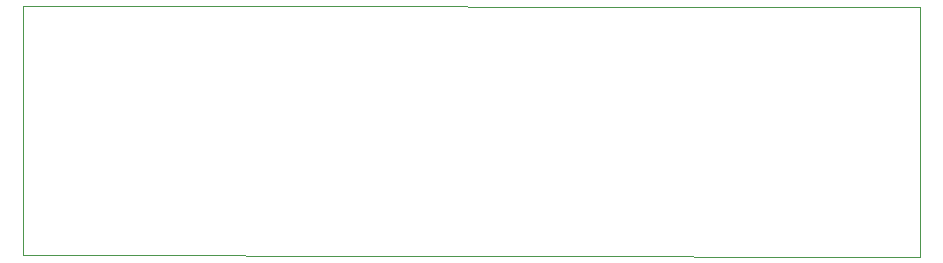
<source format=gbr>
G04 ===== Begin FILE IDENTIFICATION =====*
G04 File Format:  Gerber RS274X*
G04 ===== End FILE IDENTIFICATION =====*
%FSLAX24Y24*%
%MOMM*%
%SFA1.0000B1.0000*%
%OFA0.0B0.0*%
%ADD14C,0.025000*%
%LNboardBound*%
%IPPOS*%
%LPD*%
G75*
D14*
G01X-383000Y36000D02*
G01X377000Y35000D01*
G01Y-176000D01*
G01X-383000Y-175000D01*
G01Y36000D01*
G01X-376000D01*
M02*


</source>
